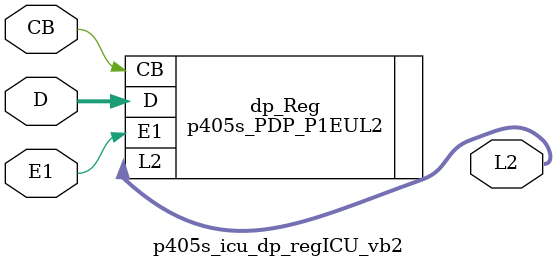
<source format=v>
module p405s_icu_dp_regICU_vb2(
                      CB,
                      D,
                      E1,
                      L2
                     );

    input  CB; 
    input [0:31] D; 
    input  E1; 
    output [0:31] L2; 

p405s_PDP_P1EUL2
 #(32, 1, 1, 1, 2, 0 ) dp_Reg (
                                         .CB  (CB),
                                         .D   (D),
                                         .E1  (E1),
                                         .L2  (L2)
                                         );

endmodule

</source>
